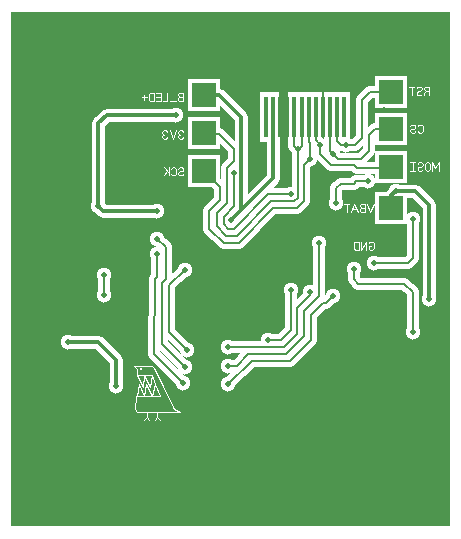
<source format=gbr>
%FSLAX34Y34*%
%MOMM*%
%LNCOPPER_BOTTOM*%
G71*
G01*
%ADD10C, 1.000*%
%ADD11C, 1.300*%
%ADD12R, 1.100X4.300*%
%ADD13R, 0.300X3.500*%
%ADD14C, 1.100*%
%ADD15C, 0.100*%
%ADD16C, 0.800*%
%ADD17C, 0.500*%
%ADD18C, 2.500*%
%ADD19R, 2.800X2.800*%
%ADD20C, 0.089*%
%ADD21R, 2.000X2.000*%
%ADD22C, 0.150*%
%ADD23C, 0.200*%
%ADD24C, 0.300*%
%LPD*%
G36*
X0Y1000000D02*
X372000Y1000000D01*
X372000Y565000D01*
X0Y565000D01*
X0Y1000000D01*
G37*
%LPC*%
G54D10*
X276000Y910000D02*
X276000Y891000D01*
X279000Y888000D01*
X284000Y888000D01*
G54D10*
X270000Y910000D02*
X270000Y883000D01*
X273000Y880000D01*
G54D10*
X258000Y910000D02*
X258000Y892000D01*
X262000Y888000D01*
X262000Y888000D01*
G54D10*
X252000Y910000D02*
X252000Y890000D01*
X253000Y889000D01*
X253000Y876000D01*
X243000Y884000D02*
G54D11*
D03*
X216000Y911000D02*
G54D12*
D03*
X222000Y911000D02*
G54D12*
D03*
X228000Y911000D02*
G54D13*
D03*
X234000Y911000D02*
G54D13*
D03*
X240000Y911000D02*
G54D12*
D03*
X246000Y911000D02*
G54D12*
D03*
X252000Y911000D02*
G54D12*
D03*
X258000Y911000D02*
G54D12*
D03*
X264000Y911000D02*
G54D13*
D03*
X270000Y911000D02*
G54D12*
D03*
X276000Y911000D02*
G54D12*
D03*
X282000Y911000D02*
G54D12*
D03*
X253000Y876000D02*
G54D11*
D03*
X262000Y888000D02*
G54D11*
D03*
X273000Y880000D02*
G54D11*
D03*
X284000Y888000D02*
G54D11*
D03*
G54D14*
X222000Y900000D02*
X222000Y860000D01*
X186000Y824000D01*
X326000Y849000D02*
G54D11*
D03*
X340000Y825000D02*
G54D11*
D03*
X340000Y729000D02*
G54D11*
D03*
X354000Y757000D02*
G54D11*
D03*
X290000Y783000D02*
G54D11*
D03*
X307000Y788000D02*
G54D11*
D03*
G54D10*
X340000Y729000D02*
X340000Y763000D01*
X333000Y770000D01*
X294000Y770000D01*
X290000Y774000D01*
X290000Y783000D01*
G54D10*
X340000Y825000D02*
X340000Y792000D01*
X336000Y788000D01*
X307000Y788000D01*
G54D14*
X354000Y825000D02*
X354000Y757000D01*
X261000Y805000D02*
G54D11*
D03*
X273000Y760000D02*
G54D11*
D03*
G54D10*
X184000Y701000D02*
X191000Y701000D01*
X201000Y711000D01*
X233000Y711000D01*
X248000Y726000D01*
X248000Y747000D01*
X261000Y760000D01*
X261000Y805000D01*
G54D10*
X184000Y685000D02*
X204000Y705000D01*
X236000Y705000D01*
X254000Y723000D01*
X254000Y744000D01*
X264000Y754000D01*
X267000Y754000D01*
X273000Y760000D01*
X124000Y808000D02*
G54D11*
D03*
X124000Y795000D02*
G54D11*
D03*
X89000Y684000D02*
G54D11*
D03*
X48000Y721000D02*
G54D11*
D03*
G54D14*
X48000Y721000D02*
X74000Y721000D01*
X89000Y706000D01*
X89000Y684000D01*
G54D10*
X79000Y778000D02*
X79000Y761000D01*
X79000Y778000D02*
G54D11*
D03*
X79000Y761000D02*
G54D11*
D03*
X74000Y836000D02*
G54D11*
D03*
X186000Y824000D02*
G54D11*
D03*
X253000Y763000D02*
G54D11*
D03*
G54D10*
X184000Y717000D02*
X231000Y717000D01*
X242000Y728000D01*
X242000Y750000D01*
X253000Y761000D01*
X253000Y763000D01*
X140000Y913000D02*
G54D11*
D03*
X302500Y857500D02*
G54D11*
D03*
X275000Y839000D02*
G54D11*
D03*
G54D10*
X275000Y839000D02*
X275000Y851000D01*
X279000Y855000D01*
X290000Y855000D01*
X292500Y857500D01*
X302500Y857500D01*
X237000Y765000D02*
G54D11*
D03*
X218000Y723000D02*
G54D11*
D03*
G54D10*
X237000Y765000D02*
X237000Y731000D01*
X229000Y723000D01*
X218000Y723000D01*
G54D15*
X105988Y675000D02*
X125988Y675000D01*
X121988Y685000D01*
X118988Y693000D01*
X106988Y693000D01*
G54D15*
X121988Y685000D02*
X118988Y675000D01*
X113988Y685000D01*
X112988Y675000D01*
X107988Y685000D01*
X106988Y675000D01*
G54D15*
X112988Y693000D02*
X117988Y683000D01*
X118988Y693000D01*
G54D15*
X106988Y693000D02*
X111988Y683000D01*
X112988Y693000D01*
G54D15*
G75*
G01X110988Y698000D02*
G03X110988Y698000I-1000J0D01*
G01*
G54D15*
X106988Y693000D02*
X106988Y698000D01*
X103988Y701000D01*
X118988Y701000D01*
X120988Y699000D01*
X127988Y685000D01*
X137988Y664000D01*
G54D15*
X142988Y662000D02*
X106988Y662000D01*
X104988Y664000D01*
X105988Y675000D01*
G54D15*
X142988Y662000D02*
X137988Y664000D01*
G54D15*
X114988Y662000D02*
X114988Y657000D01*
X116988Y655000D01*
X114988Y657000D01*
X112988Y655000D01*
G54D15*
X123988Y662000D02*
X123988Y657000D01*
X121988Y655000D01*
X123988Y657000D01*
X125988Y655000D01*
G54D14*
X326000Y849000D02*
X342000Y849000D01*
X354000Y837000D01*
X354000Y825000D01*
X353000Y886000D02*
G54D16*
D03*
X353000Y853000D02*
G54D16*
D03*
X353000Y720000D02*
G54D16*
D03*
X353000Y687000D02*
G54D16*
D03*
X202000Y914000D02*
G54D17*
D03*
X316027Y916954D02*
G54D17*
D03*
X22000Y875000D02*
G54D17*
D03*
X154000Y835000D02*
G54D17*
D03*
X147000Y877000D02*
G54D17*
D03*
X154000Y650000D02*
G54D17*
D03*
X203000Y774000D02*
G54D17*
D03*
X49000Y962000D02*
G54D17*
D03*
X207000Y677000D02*
G54D17*
D03*
X205000Y865000D02*
G54D17*
D03*
X272000Y797000D02*
G54D17*
D03*
X34000Y699000D02*
G54D17*
D03*
X124000Y819000D02*
G54D17*
D03*
X326000Y675000D02*
G54D17*
D03*
X340000Y633000D02*
G54D17*
D03*
X61000Y607000D02*
G54D17*
D03*
X21000Y850000D02*
G54D17*
D03*
X21000Y835000D02*
G54D17*
D03*
X53000Y850000D02*
G54D17*
D03*
X21000Y783000D02*
G54D17*
D03*
X109000Y649000D02*
G54D17*
D03*
X53000Y783000D02*
G54D17*
D03*
X15000Y905000D02*
G54D17*
D03*
X21000Y817000D02*
G54D17*
D03*
X121000Y935000D02*
G54D17*
D03*
X30000Y970000D02*
G54D18*
D03*
X340000Y970000D02*
G54D18*
D03*
X340000Y600000D02*
G54D18*
D03*
X30000Y600000D02*
G54D18*
D03*
X124000Y832000D02*
G54D11*
D03*
X339027Y939954D02*
G54D17*
D03*
G54D10*
X240000Y896000D02*
X240000Y887000D01*
X243000Y884000D01*
X246000Y887000D01*
X246000Y897000D01*
X237000Y846000D02*
G54D11*
D03*
X189000Y864000D02*
G54D11*
D03*
G54D10*
X237000Y846000D02*
X218000Y846000D01*
X189000Y817000D01*
X184000Y817000D01*
X180000Y821000D01*
X180000Y827000D01*
X189000Y836000D01*
X189000Y864000D01*
X21000Y800000D02*
G54D17*
D03*
X147000Y782000D02*
G54D11*
D03*
X149000Y714000D02*
G54D11*
D03*
X147000Y700000D02*
G54D11*
D03*
X146000Y686000D02*
G54D11*
D03*
X184000Y717000D02*
G54D11*
D03*
X184000Y701000D02*
G54D11*
D03*
X184000Y685000D02*
G54D11*
D03*
G54D10*
X149000Y714000D02*
X134000Y729000D01*
X134000Y769000D01*
X147000Y782000D01*
G54D10*
X147000Y700000D02*
X128000Y719000D01*
X128000Y771000D01*
X131000Y774000D01*
X131000Y801000D01*
X124000Y808000D01*
G54D10*
X146000Y686000D02*
X121500Y710500D01*
X122000Y774000D01*
X124000Y776000D01*
X124000Y795000D01*
X288000Y863000D02*
G54D17*
D03*
X39000Y759000D02*
G54D17*
D03*
X14000Y710000D02*
G54D17*
D03*
X13000Y648000D02*
G54D17*
D03*
X303000Y608000D02*
G54D17*
D03*
X304000Y948000D02*
G54D17*
D03*
G54D14*
X140000Y913000D02*
X81000Y913000D01*
X74000Y906000D01*
X74000Y836000D01*
G54D14*
X124000Y832000D02*
X78000Y832000D01*
X74000Y836000D01*
X322000Y933000D02*
G54D19*
D03*
G54D20*
X351787Y933444D02*
X350187Y932555D01*
X349654Y931666D01*
X349654Y929888D01*
G54D20*
X353920Y929888D02*
X353920Y937000D01*
X351254Y937000D01*
X350187Y936555D01*
X349654Y935666D01*
X349654Y934777D01*
X350187Y933888D01*
X351254Y933444D01*
X353920Y933444D01*
G54D20*
X347698Y931222D02*
X347164Y930333D01*
X346098Y929888D01*
X345031Y929888D01*
X343964Y930333D01*
X343431Y931222D01*
X343431Y932111D01*
X343964Y933000D01*
X345031Y933444D01*
X346098Y933444D01*
X347164Y933888D01*
X347698Y934777D01*
X347698Y935666D01*
X347164Y936555D01*
X346098Y937000D01*
X345031Y937000D01*
X343964Y936555D01*
X343431Y935666D01*
G54D20*
X339341Y929888D02*
X339341Y937000D01*
G54D20*
X341474Y937000D02*
X337208Y937000D01*
G54D10*
X284000Y888000D02*
X291000Y888000D01*
X297000Y894000D01*
X297000Y926000D01*
X304000Y933000D01*
X322000Y933000D01*
X322000Y901000D02*
G54D19*
D03*
G54D20*
X344423Y899222D02*
X344957Y898333D01*
X346023Y897888D01*
X347090Y897888D01*
X348157Y898333D01*
X348690Y899222D01*
X348690Y903666D01*
X348157Y904555D01*
X347090Y905000D01*
X346023Y905000D01*
X344957Y904555D01*
X344423Y903666D01*
G54D20*
X342467Y899222D02*
X341934Y898333D01*
X340867Y897888D01*
X339800Y897888D01*
X338734Y898333D01*
X338200Y899222D01*
X338200Y900111D01*
X338734Y901000D01*
X339800Y901444D01*
X340867Y901444D01*
X341934Y901888D01*
X342467Y902777D01*
X342467Y903666D01*
X341934Y904555D01*
X340867Y905000D01*
X339800Y905000D01*
X338734Y904555D01*
X338200Y903666D01*
G54D10*
X273000Y880000D02*
X277000Y876000D01*
X296000Y876000D01*
X303000Y883000D01*
X303000Y896000D01*
X308000Y901000D01*
X322000Y901000D01*
X322000Y869000D02*
G54D19*
D03*
G54D20*
X362010Y865888D02*
X362010Y873000D01*
X359343Y868555D01*
X356677Y873000D01*
X356677Y865888D01*
G54D20*
X350454Y871666D02*
X350454Y867222D01*
X350988Y866333D01*
X352054Y865888D01*
X353121Y865888D01*
X354188Y866333D01*
X354721Y867222D01*
X354721Y871666D01*
X354188Y872555D01*
X353121Y873000D01*
X352054Y873000D01*
X350988Y872555D01*
X350454Y871666D01*
G54D20*
X348498Y867222D02*
X347965Y866333D01*
X346898Y865888D01*
X345831Y865888D01*
X344765Y866333D01*
X344231Y867222D01*
X344231Y868111D01*
X344765Y869000D01*
X345831Y869444D01*
X346898Y869444D01*
X347965Y869888D01*
X348498Y870777D01*
X348498Y871666D01*
X347965Y872555D01*
X346898Y873000D01*
X345831Y873000D01*
X344765Y872555D01*
X344231Y871666D01*
G54D20*
X342275Y865888D02*
X338008Y865888D01*
G54D20*
X340142Y865888D02*
X340142Y873000D01*
G54D20*
X342275Y873000D02*
X338008Y873000D01*
G54D10*
X262000Y888000D02*
X262000Y880000D01*
X271000Y871000D01*
X290000Y871000D01*
X293000Y868000D01*
X321000Y868000D01*
X322000Y869000D01*
X163000Y866000D02*
G54D19*
D03*
X163000Y898000D02*
G54D19*
D03*
X163000Y930000D02*
G54D19*
D03*
G54D14*
X195000Y833000D02*
X195000Y911000D01*
X176000Y930000D01*
X163000Y930000D01*
G54D20*
X145920Y924888D02*
X145920Y932000D01*
X143254Y932000D01*
X142187Y931555D01*
X141654Y930666D01*
X141654Y929777D01*
X142187Y928888D01*
X143254Y928444D01*
X142187Y928000D01*
X141654Y927111D01*
X141654Y926222D01*
X142187Y925333D01*
X143254Y924888D01*
X145920Y924888D01*
G54D20*
X145920Y928444D02*
X143254Y928444D01*
G54D20*
X139698Y924888D02*
X134364Y924888D01*
G54D20*
X132408Y932000D02*
X132408Y924888D01*
X128675Y924888D01*
G54D20*
X122986Y924888D02*
X126720Y924888D01*
X126720Y932000D01*
X122986Y932000D01*
G54D20*
X126720Y928444D02*
X122986Y928444D01*
G54D20*
X121030Y924888D02*
X121030Y932000D01*
X118364Y932000D01*
X117297Y931555D01*
X116764Y930666D01*
X116764Y926222D01*
X117297Y925333D01*
X118364Y924888D01*
X121030Y924888D01*
G54D20*
X114808Y928000D02*
X110541Y928000D01*
G54D20*
X112674Y929777D02*
X112674Y926222D01*
G54D10*
X243000Y884000D02*
X243000Y843000D01*
X240000Y840000D01*
X220000Y840000D01*
X191000Y811000D01*
X182000Y811000D01*
X174000Y819000D01*
X174000Y830000D01*
X183000Y839000D01*
X183000Y868000D01*
X189000Y874000D01*
X189000Y884000D01*
X176000Y897000D01*
X164000Y897000D01*
X163000Y898000D01*
G54D20*
X145920Y898666D02*
X145387Y899555D01*
X144320Y900000D01*
X143254Y900000D01*
X142187Y899555D01*
X141654Y898666D01*
X141654Y897777D01*
X142187Y896888D01*
X143254Y896444D01*
X142187Y896000D01*
X141654Y895111D01*
X141654Y894222D01*
X142187Y893333D01*
X143254Y892888D01*
X144320Y892888D01*
X145387Y893333D01*
X145920Y894222D01*
G54D20*
X139698Y900000D02*
X137031Y892888D01*
X134364Y900000D01*
G54D20*
X132408Y898666D02*
X131875Y899555D01*
X130808Y900000D01*
X129742Y900000D01*
X128675Y899555D01*
X128142Y898666D01*
X128142Y897777D01*
X128675Y896888D01*
X129742Y896444D01*
X128675Y896000D01*
X128142Y895111D01*
X128142Y894222D01*
X128675Y893333D01*
X129742Y892888D01*
X130808Y892888D01*
X131875Y893333D01*
X132408Y894222D01*
G54D10*
X253000Y876000D02*
X248000Y871000D01*
X248000Y840000D01*
X242000Y834000D01*
X222000Y834000D01*
X193000Y805000D01*
X180000Y805000D01*
X168000Y817000D01*
X168000Y832000D01*
X177000Y841000D01*
X177000Y852000D01*
X163000Y866000D01*
G54D20*
X145920Y863222D02*
X145387Y862333D01*
X144320Y861888D01*
X143254Y861888D01*
X142187Y862333D01*
X141654Y863222D01*
X141654Y864111D01*
X142187Y865000D01*
X143254Y865444D01*
X144320Y865444D01*
X145387Y865888D01*
X145920Y866777D01*
X145920Y867666D01*
X145387Y868555D01*
X144320Y869000D01*
X143254Y869000D01*
X142187Y868555D01*
X141654Y867666D01*
G54D20*
X135431Y863222D02*
X135964Y862333D01*
X137031Y861888D01*
X138098Y861888D01*
X139164Y862333D01*
X139698Y863222D01*
X139698Y867666D01*
X139164Y868555D01*
X138098Y869000D01*
X137031Y869000D01*
X135964Y868555D01*
X135431Y867666D01*
G54D20*
X133474Y861888D02*
X133474Y869000D01*
G54D20*
X133474Y864111D02*
X129208Y869000D01*
G54D20*
X131874Y865444D02*
X129208Y861888D01*
X322000Y834000D02*
G54D19*
D03*
X322000Y803000D02*
G54D21*
D03*
G54D20*
X307010Y838000D02*
X304343Y830888D01*
X301677Y838000D01*
G54D20*
X299721Y830888D02*
X299721Y838000D01*
X297054Y838000D01*
X295988Y837555D01*
X295454Y836666D01*
X295454Y835777D01*
X295988Y834888D01*
X297054Y834444D01*
X295988Y834000D01*
X295454Y833111D01*
X295454Y832222D01*
X295988Y831333D01*
X297054Y830888D01*
X299721Y830888D01*
G54D20*
X299721Y834444D02*
X297054Y834444D01*
G54D20*
X293498Y830888D02*
X290831Y838000D01*
X288165Y830888D01*
G54D20*
X292431Y833555D02*
X289231Y833555D01*
G54D20*
X284076Y830888D02*
X284076Y838000D01*
G54D20*
X286209Y838000D02*
X281942Y838000D01*
G54D20*
X304877Y802444D02*
X302743Y802444D01*
X302743Y800222D01*
X303277Y799333D01*
X304343Y798888D01*
X305410Y798888D01*
X306477Y799333D01*
X307010Y800222D01*
X307010Y804666D01*
X306477Y805555D01*
X305410Y806000D01*
X304343Y806000D01*
X303277Y805555D01*
X302743Y804666D01*
G54D20*
X300787Y798888D02*
X300787Y806000D01*
X296520Y798888D01*
X296520Y806000D01*
G54D20*
X294564Y798888D02*
X294564Y806000D01*
X291897Y806000D01*
X290831Y805555D01*
X290297Y804666D01*
X290297Y800222D01*
X290831Y799333D01*
X291897Y798888D01*
X294564Y798888D01*
G54D14*
X326000Y849000D02*
X322000Y845000D01*
X322000Y834000D01*
X60000Y671000D02*
G54D17*
D03*
G54D22*
X264000Y926000D02*
X264000Y933000D01*
X268000Y937000D01*
X293000Y937000D01*
X304000Y948000D01*
%LPD*%
G54D23*
X276000Y910000D02*
X276000Y891000D01*
X279000Y888000D01*
X284000Y888000D01*
G54D23*
X270000Y910000D02*
X270000Y883000D01*
X273000Y880000D01*
G54D23*
X258000Y910000D02*
X258000Y892000D01*
X262000Y888000D01*
X262000Y888000D01*
G54D23*
X252000Y910000D02*
X252000Y890000D01*
X253000Y889000D01*
X253000Y876000D01*
X243000Y884000D02*
G54D17*
D03*
X216000Y911000D02*
G54D13*
D03*
X222000Y911000D02*
G54D13*
D03*
X228000Y911000D02*
G54D13*
D03*
X234000Y911000D02*
G54D13*
D03*
X240000Y911000D02*
G54D13*
D03*
X246000Y911000D02*
G54D13*
D03*
X252000Y911000D02*
G54D13*
D03*
X258000Y911000D02*
G54D13*
D03*
X264000Y911000D02*
G54D13*
D03*
X270000Y911000D02*
G54D13*
D03*
X276000Y911000D02*
G54D13*
D03*
X282000Y911000D02*
G54D13*
D03*
X253000Y876000D02*
G54D17*
D03*
X262000Y888000D02*
G54D17*
D03*
X273000Y880000D02*
G54D17*
D03*
X284000Y888000D02*
G54D17*
D03*
G54D24*
X222000Y900000D02*
X222000Y860000D01*
X186000Y824000D01*
X326000Y849000D02*
G54D17*
D03*
X340000Y825000D02*
G54D17*
D03*
X340000Y729000D02*
G54D17*
D03*
X354000Y757000D02*
G54D17*
D03*
X290000Y783000D02*
G54D17*
D03*
X307000Y788000D02*
G54D17*
D03*
G54D23*
X340000Y729000D02*
X340000Y763000D01*
X333000Y770000D01*
X294000Y770000D01*
X290000Y774000D01*
X290000Y783000D01*
G54D23*
X340000Y825000D02*
X340000Y792000D01*
X336000Y788000D01*
X307000Y788000D01*
G54D24*
X354000Y825000D02*
X354000Y757000D01*
X261000Y805000D02*
G54D17*
D03*
X273000Y760000D02*
G54D17*
D03*
G54D23*
X184000Y701000D02*
X191000Y701000D01*
X201000Y711000D01*
X233000Y711000D01*
X248000Y726000D01*
X248000Y747000D01*
X261000Y760000D01*
X261000Y805000D01*
G54D23*
X184000Y685000D02*
X204000Y705000D01*
X236000Y705000D01*
X254000Y723000D01*
X254000Y744000D01*
X264000Y754000D01*
X267000Y754000D01*
X273000Y760000D01*
X124000Y808000D02*
G54D17*
D03*
X124000Y795000D02*
G54D17*
D03*
X89000Y684000D02*
G54D17*
D03*
X48000Y721000D02*
G54D17*
D03*
G54D24*
X48000Y721000D02*
X74000Y721000D01*
X89000Y706000D01*
X89000Y684000D01*
G54D23*
X79000Y778000D02*
X79000Y761000D01*
X79000Y778000D02*
G54D17*
D03*
X79000Y761000D02*
G54D17*
D03*
X74000Y836000D02*
G54D17*
D03*
X186000Y824000D02*
G54D17*
D03*
X253000Y763000D02*
G54D17*
D03*
G54D23*
X184000Y717000D02*
X231000Y717000D01*
X242000Y728000D01*
X242000Y750000D01*
X253000Y761000D01*
X253000Y763000D01*
X140000Y913000D02*
G54D17*
D03*
X302500Y857500D02*
G54D17*
D03*
X275000Y839000D02*
G54D17*
D03*
G54D23*
X275000Y839000D02*
X275000Y851000D01*
X279000Y855000D01*
X290000Y855000D01*
X292500Y857500D01*
X302500Y857500D01*
X237000Y765000D02*
G54D17*
D03*
X218000Y723000D02*
G54D17*
D03*
G54D23*
X237000Y765000D02*
X237000Y731000D01*
X229000Y723000D01*
X218000Y723000D01*
G54D24*
X326000Y849000D02*
X342000Y849000D01*
X354000Y837000D01*
X354000Y825000D01*
X353000Y886000D02*
G54D16*
D03*
X353000Y853000D02*
G54D16*
D03*
X353000Y720000D02*
G54D16*
D03*
X353000Y687000D02*
G54D16*
D03*
X202000Y914000D02*
G54D17*
D03*
X316027Y916954D02*
G54D17*
D03*
X22000Y875000D02*
G54D17*
D03*
X154000Y835000D02*
G54D17*
D03*
X147000Y877000D02*
G54D17*
D03*
X154000Y650000D02*
G54D17*
D03*
X203000Y774000D02*
G54D17*
D03*
X49000Y962000D02*
G54D17*
D03*
X207000Y677000D02*
G54D17*
D03*
X205000Y865000D02*
G54D17*
D03*
X272000Y797000D02*
G54D17*
D03*
X34000Y699000D02*
G54D17*
D03*
X124000Y819000D02*
G54D17*
D03*
X326000Y675000D02*
G54D17*
D03*
X340000Y633000D02*
G54D17*
D03*
X61000Y607000D02*
G54D17*
D03*
X21000Y850000D02*
G54D17*
D03*
X21000Y835000D02*
G54D17*
D03*
X53000Y850000D02*
G54D17*
D03*
X21000Y783000D02*
G54D17*
D03*
X109000Y649000D02*
G54D17*
D03*
X53000Y783000D02*
G54D17*
D03*
X15000Y905000D02*
G54D17*
D03*
X21000Y817000D02*
G54D17*
D03*
X121000Y935000D02*
G54D17*
D03*
X30000Y970000D02*
G54D18*
D03*
X340000Y970000D02*
G54D18*
D03*
X340000Y600000D02*
G54D18*
D03*
X30000Y600000D02*
G54D18*
D03*
X124000Y832000D02*
G54D17*
D03*
X339027Y939954D02*
G54D17*
D03*
G54D23*
X240000Y896000D02*
X240000Y887000D01*
X243000Y884000D01*
X246000Y887000D01*
X246000Y897000D01*
X237000Y846000D02*
G54D17*
D03*
X189000Y864000D02*
G54D17*
D03*
G54D23*
X237000Y846000D02*
X218000Y846000D01*
X189000Y817000D01*
X184000Y817000D01*
X180000Y821000D01*
X180000Y827000D01*
X189000Y836000D01*
X189000Y864000D01*
X21000Y800000D02*
G54D17*
D03*
X147000Y782000D02*
G54D17*
D03*
X149000Y714000D02*
G54D17*
D03*
X147000Y700000D02*
G54D17*
D03*
X146000Y686000D02*
G54D17*
D03*
X184000Y717000D02*
G54D17*
D03*
X184000Y701000D02*
G54D17*
D03*
X184000Y685000D02*
G54D17*
D03*
G54D23*
X149000Y714000D02*
X134000Y729000D01*
X134000Y769000D01*
X147000Y782000D01*
G54D23*
X147000Y700000D02*
X128000Y719000D01*
X128000Y771000D01*
X131000Y774000D01*
X131000Y801000D01*
X124000Y808000D01*
G54D23*
X146000Y686000D02*
X121500Y710500D01*
X122000Y774000D01*
X124000Y776000D01*
X124000Y795000D01*
X288000Y863000D02*
G54D17*
D03*
X39000Y759000D02*
G54D17*
D03*
X14000Y710000D02*
G54D17*
D03*
X13000Y648000D02*
G54D17*
D03*
X303000Y608000D02*
G54D17*
D03*
X304000Y948000D02*
G54D17*
D03*
G54D24*
X140000Y913000D02*
X81000Y913000D01*
X74000Y906000D01*
X74000Y836000D01*
G54D24*
X124000Y832000D02*
X78000Y832000D01*
X74000Y836000D01*
X322000Y933000D02*
G54D21*
D03*
G54D23*
X284000Y888000D02*
X291000Y888000D01*
X297000Y894000D01*
X297000Y926000D01*
X304000Y933000D01*
X322000Y933000D01*
X322000Y901000D02*
G54D21*
D03*
G54D23*
X273000Y880000D02*
X277000Y876000D01*
X296000Y876000D01*
X303000Y883000D01*
X303000Y896000D01*
X308000Y901000D01*
X322000Y901000D01*
X322000Y869000D02*
G54D21*
D03*
G54D23*
X262000Y888000D02*
X262000Y880000D01*
X271000Y871000D01*
X290000Y871000D01*
X293000Y868000D01*
X321000Y868000D01*
X322000Y869000D01*
X163000Y866000D02*
G54D21*
D03*
X163000Y898000D02*
G54D21*
D03*
X163000Y930000D02*
G54D21*
D03*
G54D24*
X195000Y833000D02*
X195000Y911000D01*
X176000Y930000D01*
X163000Y930000D01*
G54D23*
X243000Y884000D02*
X243000Y843000D01*
X240000Y840000D01*
X220000Y840000D01*
X191000Y811000D01*
X182000Y811000D01*
X174000Y819000D01*
X174000Y830000D01*
X183000Y839000D01*
X183000Y868000D01*
X189000Y874000D01*
X189000Y884000D01*
X176000Y897000D01*
X164000Y897000D01*
X163000Y898000D01*
G54D23*
X253000Y876000D02*
X248000Y871000D01*
X248000Y840000D01*
X242000Y834000D01*
X222000Y834000D01*
X193000Y805000D01*
X180000Y805000D01*
X168000Y817000D01*
X168000Y832000D01*
X177000Y841000D01*
X177000Y852000D01*
X163000Y866000D01*
X322000Y834000D02*
G54D21*
D03*
X322000Y803000D02*
G54D21*
D03*
G54D24*
X326000Y849000D02*
X322000Y845000D01*
X322000Y834000D01*
X60000Y671000D02*
G54D17*
D03*
G54D22*
X264000Y926000D02*
X264000Y933000D01*
X268000Y937000D01*
X293000Y937000D01*
X304000Y948000D01*
M02*

</source>
